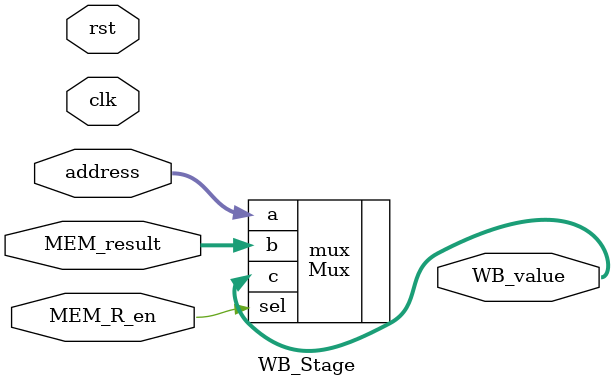
<source format=v>
module WB_Stage (
    input clk, rst, MEM_R_en,
    input[31:0] address, MEM_result,

    output[31:0] WB_value
);

    Mux mux(
        .a(address),
        .b(MEM_result),
        .sel(MEM_R_en),
        .c(WB_value)
    );

endmodule
</source>
